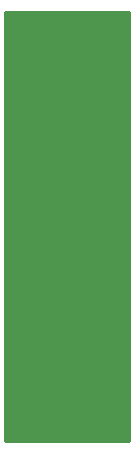
<source format=gbr>
G04 #@! TF.GenerationSoftware,KiCad,Pcbnew,(6.0.0-rc1-dev-205-gc0615c5ef)*
G04 #@! TF.CreationDate,2018-08-07T08:16:18+02:00*
G04 #@! TF.ProjectId,DIODECOVER01C,44494F4445434F5645523031432E6B69,REV*
G04 #@! TF.SameCoordinates,Original*
G04 #@! TF.FileFunction,Copper,L1,Top,Signal*
G04 #@! TF.FilePolarity,Positive*
%FSLAX46Y46*%
G04 Gerber Fmt 4.6, Leading zero omitted, Abs format (unit mm)*
G04 Created by KiCad (PCBNEW (6.0.0-rc1-dev-205-gc0615c5ef)) date 08/07/18 08:16:18*
%MOMM*%
%LPD*%
G01*
G04 APERTURE LIST*
G04 #@! TA.AperFunction,SMDPad,CuDef*
%ADD10R,2.000000X1.200000*%
G04 #@! TD*
G04 #@! TA.AperFunction,ViaPad*
%ADD11C,0.800000*%
G04 #@! TD*
G04 #@! TA.AperFunction,Conductor*
%ADD12C,0.250000*%
G04 #@! TD*
G04 #@! TA.AperFunction,Conductor*
%ADD13C,0.254000*%
G04 #@! TD*
G04 APERTURE END LIST*
D10*
G04 #@! TO.P,J1,2*
G04 #@! TO.N,GND*
X10795000Y25400000D03*
G04 #@! TO.P,J1,1*
X10795000Y27940000D03*
G04 #@! TD*
D11*
G04 #@! TO.N,GND*
X15240000Y38100000D03*
X15240000Y36830000D03*
X15240000Y35560000D03*
X15240000Y34290000D03*
X15240000Y33020000D03*
X15240000Y31750000D03*
X15240000Y30480000D03*
X15240000Y29210000D03*
X15240000Y27940000D03*
X15240000Y26670000D03*
X15240000Y25400000D03*
X15240000Y24130000D03*
X15240000Y22860000D03*
X15240000Y21590000D03*
X15240000Y20320000D03*
X15240000Y19050000D03*
X15240000Y17780000D03*
X15240000Y16510000D03*
X15240000Y15240000D03*
X15240000Y13970000D03*
X15240000Y12700000D03*
X15240000Y11430000D03*
X15240000Y10160000D03*
X15240000Y8890000D03*
X15240000Y7620000D03*
X15240000Y6350000D03*
X15240000Y5080000D03*
X15240000Y3124000D03*
X13970000Y3124000D03*
X12700000Y3124000D03*
X11430000Y3124000D03*
X10160000Y3124000D03*
X8890000Y3124000D03*
X7620000Y3124000D03*
X6350000Y3810000D03*
X6350000Y26670000D03*
X6350000Y27940000D03*
X6350000Y29210000D03*
X6350000Y30480000D03*
X6350000Y31750000D03*
X6350000Y33020000D03*
X6350000Y34290000D03*
X6350000Y35560000D03*
X6350000Y36830000D03*
X6350000Y38100000D03*
X7620000Y38100000D03*
X8890000Y38100000D03*
X10160000Y38100000D03*
X11430000Y38100000D03*
X12700000Y38100000D03*
X13970000Y38100000D03*
X6350000Y25400000D03*
X6350000Y24130000D03*
X6350000Y22860000D03*
X6350000Y21590000D03*
X6350000Y20320000D03*
X6350000Y19050000D03*
X6350000Y17780000D03*
X6350000Y16510000D03*
X6350000Y15240000D03*
X6350000Y13970000D03*
X6350000Y12700000D03*
X6350000Y11430000D03*
X6350000Y10160000D03*
X6350000Y8890000D03*
X6350000Y7620000D03*
X6350000Y6350000D03*
X6350000Y5080000D03*
G04 #@! TD*
D12*
G04 #@! TO.N,GND*
X15240000Y35560000D02*
X15240000Y36830000D01*
X15240000Y33020000D02*
X15240000Y34290000D01*
X15240000Y30480000D02*
X15240000Y31750000D01*
X15240000Y27940000D02*
X15240000Y29210000D01*
X15240000Y25400000D02*
X15240000Y26670000D01*
X15240000Y22860000D02*
X15240000Y24130000D01*
X15240000Y20320000D02*
X15240000Y21590000D01*
X15240000Y17780000D02*
X15240000Y19050000D01*
X15240000Y15240000D02*
X15240000Y16510000D01*
X15240000Y12700000D02*
X15240000Y13970000D01*
X15240000Y10160000D02*
X15240000Y11430000D01*
X15240000Y7620000D02*
X15240000Y8890000D01*
X15240000Y5080000D02*
X15240000Y6350000D01*
X13970000Y3124000D02*
X15240000Y3124000D01*
X11430000Y3124000D02*
X12700000Y3124000D01*
X8890000Y3124000D02*
X10160000Y3124000D01*
X6934000Y3810000D02*
X7620000Y3124000D01*
X6350000Y3810000D02*
X6934000Y3810000D01*
X6350000Y27940000D02*
X6350000Y26670000D01*
X6350000Y30480000D02*
X6350000Y29210000D01*
X6350000Y33020000D02*
X6350000Y31750000D01*
X6350000Y35560000D02*
X6350000Y34290000D01*
X6350000Y38100000D02*
X6350000Y36830000D01*
X8890000Y38100000D02*
X7620000Y38100000D01*
X11430000Y38100000D02*
X10160000Y38100000D01*
X13970000Y38100000D02*
X12700000Y38100000D01*
X6350000Y24130000D02*
X6350000Y25400000D01*
X6350000Y21590000D02*
X6350000Y22860000D01*
X6350000Y19050000D02*
X6350000Y20320000D01*
X6350000Y16510000D02*
X6350000Y17780000D01*
X6350000Y13970000D02*
X6350000Y15240000D01*
X6350000Y11430000D02*
X6350000Y12700000D01*
X6350000Y8890000D02*
X6350000Y10160000D01*
X6350000Y6350000D02*
X6350000Y7620000D01*
X6350000Y3124000D02*
X6350000Y5080000D01*
G04 #@! TD*
D13*
G04 #@! TO.N,GND*
G36*
X16107001Y2597000D02*
X5561000Y2597000D01*
X5561000Y38889000D01*
X16107000Y38889000D01*
X16107001Y2597000D01*
X16107001Y2597000D01*
G37*
X16107001Y2597000D02*
X5561000Y2597000D01*
X5561000Y38889000D01*
X16107000Y38889000D01*
X16107001Y2597000D01*
G04 #@! TD*
M02*

</source>
